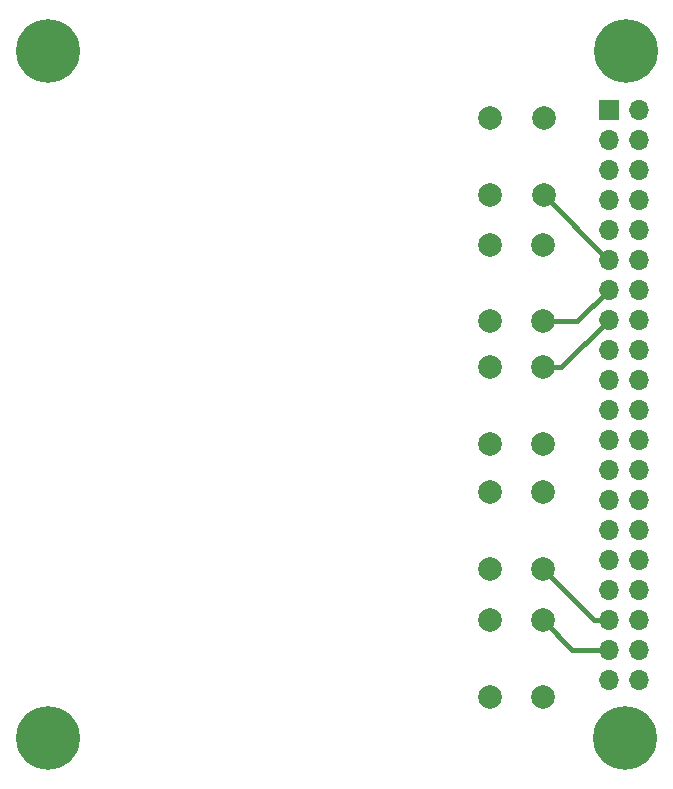
<source format=gbr>
%TF.GenerationSoftware,KiCad,Pcbnew,6.0.10-86aedd382b~118~ubuntu22.04.1*%
%TF.CreationDate,2023-01-08T16:41:24+01:00*%
%TF.ProjectId,bcp,6263702e-6b69-4636-9164-5f7063625858,rev?*%
%TF.SameCoordinates,Original*%
%TF.FileFunction,Copper,L1,Top*%
%TF.FilePolarity,Positive*%
%FSLAX46Y46*%
G04 Gerber Fmt 4.6, Leading zero omitted, Abs format (unit mm)*
G04 Created by KiCad (PCBNEW 6.0.10-86aedd382b~118~ubuntu22.04.1) date 2023-01-08 16:41:24*
%MOMM*%
%LPD*%
G01*
G04 APERTURE LIST*
%TA.AperFunction,ComponentPad*%
%ADD10C,2.000000*%
%TD*%
%TA.AperFunction,ComponentPad*%
%ADD11R,1.700000X1.700000*%
%TD*%
%TA.AperFunction,ComponentPad*%
%ADD12O,1.700000X1.700000*%
%TD*%
%TA.AperFunction,ComponentPad*%
%ADD13C,0.800000*%
%TD*%
%TA.AperFunction,ComponentPad*%
%ADD14C,5.400000*%
%TD*%
%TA.AperFunction,Conductor*%
%ADD15C,0.400000*%
%TD*%
G04 APERTURE END LIST*
D10*
%TO.P,SW5,1,1*%
%TO.N,GPIO17*%
X101370000Y-45160000D03*
X101370000Y-51660000D03*
%TO.P,SW5,2,2*%
%TO.N,GND*%
X96870000Y-45160000D03*
X96870000Y-51660000D03*
%TD*%
%TO.P,SW4,1,1*%
%TO.N,GPIO27*%
X101310000Y-55860000D03*
X101310000Y-62360000D03*
%TO.P,SW4,2,2*%
%TO.N,GND*%
X96810000Y-55860000D03*
X96810000Y-62360000D03*
%TD*%
%TO.P,SW3,1,1*%
%TO.N,GPIO22*%
X101337500Y-66265000D03*
X101337500Y-72765000D03*
%TO.P,SW3,2,2*%
%TO.N,GND*%
X96837500Y-66265000D03*
X96837500Y-72765000D03*
%TD*%
%TO.P,SW2,1,1*%
%TO.N,GPIO19*%
X101337500Y-76795000D03*
X101337500Y-83295000D03*
%TO.P,SW2,2,2*%
%TO.N,GND*%
X96837500Y-76795000D03*
X96837500Y-83295000D03*
%TD*%
%TO.P,SW1,1,1*%
%TO.N,GPIO26*%
X101337500Y-87665000D03*
X101337500Y-94165000D03*
%TO.P,SW1,2,2*%
%TO.N,GND*%
X96837500Y-87665000D03*
X96837500Y-94165000D03*
%TD*%
D11*
%TO.P,J1,1,3V3*%
%TO.N,3v3*%
X106920000Y-44430000D03*
D12*
%TO.P,J1,2,5V*%
%TO.N,5v*%
X109460000Y-44430000D03*
%TO.P,J1,3,SDA/GPIO2*%
%TO.N,GPIO02*%
X106920000Y-46970000D03*
%TO.P,J1,4,5V*%
%TO.N,5v*%
X109460000Y-46970000D03*
%TO.P,J1,5,SCL/GPIO3*%
%TO.N,GPIO03*%
X106920000Y-49510000D03*
%TO.P,J1,6,GND*%
%TO.N,GND*%
X109460000Y-49510000D03*
%TO.P,J1,7,GCLK0/GPIO4*%
%TO.N,GPIO04*%
X106920000Y-52050000D03*
%TO.P,J1,8,GPIO14/TXD*%
%TO.N,GPIO14*%
X109460000Y-52050000D03*
%TO.P,J1,9,GND*%
%TO.N,GND*%
X106920000Y-54590000D03*
%TO.P,J1,10,GPIO15/RXD*%
%TO.N,GPIO15*%
X109460000Y-54590000D03*
%TO.P,J1,11,GPIO17*%
%TO.N,GPIO17*%
X106920000Y-57130000D03*
%TO.P,J1,12,GPIO18/PWM0*%
%TO.N,GPIO18*%
X109460000Y-57130000D03*
%TO.P,J1,13,GPIO27*%
%TO.N,GPIO27*%
X106920000Y-59670000D03*
%TO.P,J1,14,GND*%
%TO.N,GND*%
X109460000Y-59670000D03*
%TO.P,J1,15,GPIO22*%
%TO.N,GPIO22*%
X106920000Y-62210000D03*
%TO.P,J1,16,GPIO23*%
%TO.N,GPIO23*%
X109460000Y-62210000D03*
%TO.P,J1,17,3V3*%
%TO.N,3v3*%
X106920000Y-64750000D03*
%TO.P,J1,18,GPIO24*%
%TO.N,GPIO24*%
X109460000Y-64750000D03*
%TO.P,J1,19,MOSI0/GPIO10*%
%TO.N,GPIO10*%
X106920000Y-67290000D03*
%TO.P,J1,20,GND*%
%TO.N,GND*%
X109460000Y-67290000D03*
%TO.P,J1,21,MISO0/GPIO9*%
%TO.N,GPIO09*%
X106920000Y-69830000D03*
%TO.P,J1,22,GPIO25*%
%TO.N,GPIO25*%
X109460000Y-69830000D03*
%TO.P,J1,23,SCLK0/GPIO11*%
%TO.N,GPIO11*%
X106920000Y-72370000D03*
%TO.P,J1,24,~{CE0}/GPIO8*%
%TO.N,GPIO08*%
X109460000Y-72370000D03*
%TO.P,J1,25,GND*%
%TO.N,GND*%
X106920000Y-74910000D03*
%TO.P,J1,26,~{CE1}/GPIO7*%
%TO.N,GPIO07*%
X109460000Y-74910000D03*
%TO.P,J1,27,ID_SD/GPIO0*%
%TO.N,GPIO00*%
X106920000Y-77450000D03*
%TO.P,J1,28,ID_SC/GPIO1*%
%TO.N,GPIO01*%
X109460000Y-77450000D03*
%TO.P,J1,29,GCLK1/GPIO5*%
%TO.N,GPIO05*%
X106920000Y-79990000D03*
%TO.P,J1,30,GND*%
%TO.N,GND*%
X109460000Y-79990000D03*
%TO.P,J1,31,GCLK2/GPIO6*%
%TO.N,GPIO06*%
X106920000Y-82530000D03*
%TO.P,J1,32,PWM0/GPIO12*%
%TO.N,GPIO12*%
X109460000Y-82530000D03*
%TO.P,J1,33,PWM1/GPIO13*%
%TO.N,GPIO13*%
X106920000Y-85070000D03*
%TO.P,J1,34,GND*%
%TO.N,GND*%
X109460000Y-85070000D03*
%TO.P,J1,35,GPIO19/MISO1*%
%TO.N,GPIO19*%
X106920000Y-87610000D03*
%TO.P,J1,36,GPIO16*%
%TO.N,GPIO16*%
X109460000Y-87610000D03*
%TO.P,J1,37,GPIO26*%
%TO.N,GPIO26*%
X106920000Y-90150000D03*
%TO.P,J1,38,GPIO20/MOSI1*%
%TO.N,GPIO20*%
X109460000Y-90150000D03*
%TO.P,J1,39,GND*%
%TO.N,GND*%
X106920000Y-92690000D03*
%TO.P,J1,40,GPIO21/SCLK1*%
%TO.N,GPIO21*%
X109460000Y-92690000D03*
%TD*%
D13*
%TO.P,H4,1*%
%TO.N,N/C*%
X57998109Y-99071891D03*
D14*
X59430000Y-97640000D03*
D13*
X59430000Y-99665000D03*
X60861891Y-96208109D03*
X57405000Y-97640000D03*
X59430000Y-95615000D03*
X61455000Y-97640000D03*
X60861891Y-99071891D03*
X57998109Y-96208109D03*
%TD*%
%TO.P,H3,1*%
%TO.N,N/C*%
X106868109Y-99101891D03*
D14*
X108300000Y-97670000D03*
D13*
X108300000Y-99695000D03*
X109731891Y-96238109D03*
X106275000Y-97670000D03*
X108300000Y-95645000D03*
X110325000Y-97670000D03*
X109731891Y-99101891D03*
X106868109Y-96238109D03*
%TD*%
%TO.P,H2,1*%
%TO.N,N/C*%
X106888109Y-40891891D03*
D14*
X108320000Y-39460000D03*
D13*
X108320000Y-41485000D03*
X109751891Y-38028109D03*
X106295000Y-39460000D03*
X108320000Y-37435000D03*
X110345000Y-39460000D03*
X109751891Y-40891891D03*
X106888109Y-38028109D03*
%TD*%
%TO.P,H1,1*%
%TO.N,N/C*%
X57978109Y-40941891D03*
D14*
X59410000Y-39510000D03*
D13*
X59410000Y-41535000D03*
X60841891Y-38078109D03*
X57385000Y-39510000D03*
X59410000Y-37485000D03*
X61435000Y-39510000D03*
X60841891Y-40941891D03*
X57978109Y-38078109D03*
%TD*%
D15*
%TO.N,GPIO26*%
X101337500Y-87665000D02*
X103822500Y-90150000D01*
X103822500Y-90150000D02*
X106920000Y-90150000D01*
%TO.N,GPIO19*%
X101337500Y-83295000D02*
X105652500Y-87610000D01*
X105652500Y-87610000D02*
X106920000Y-87610000D01*
%TO.N,GPIO22*%
X101337500Y-66265000D02*
X102865000Y-66265000D01*
X102865000Y-66265000D02*
X106920000Y-62210000D01*
%TO.N,GPIO27*%
X101310000Y-62360000D02*
X104230000Y-62360000D01*
X104230000Y-62360000D02*
X106920000Y-59670000D01*
%TO.N,GPIO17*%
X101370000Y-51660000D02*
X106840000Y-57130000D01*
X106840000Y-57130000D02*
X106920000Y-57130000D01*
%TD*%
M02*

</source>
